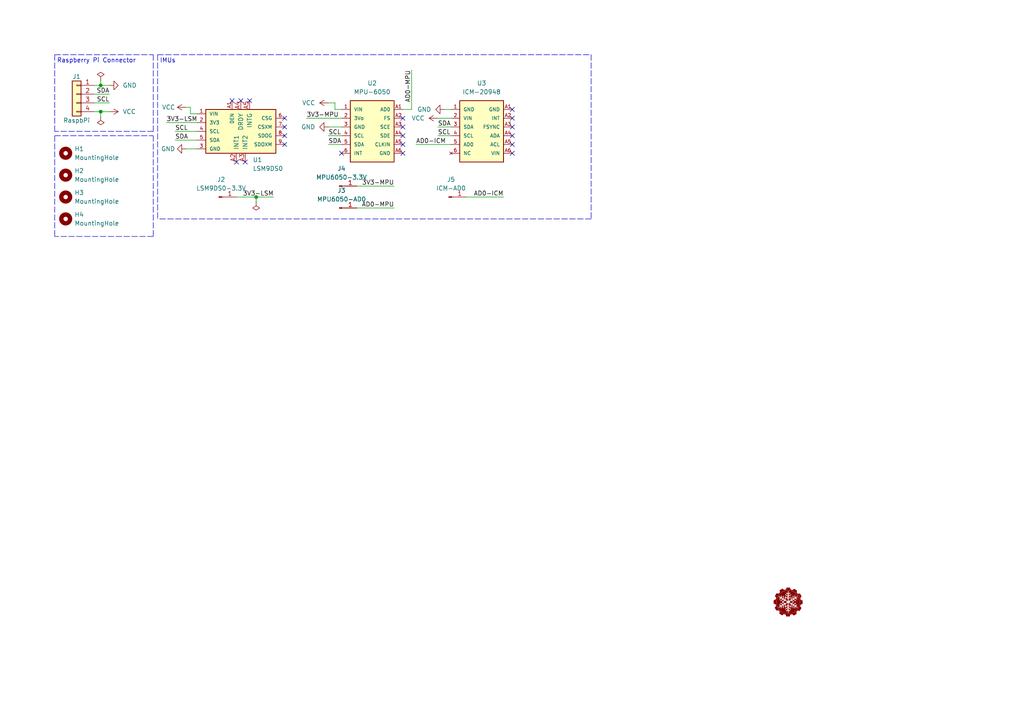
<source format=kicad_sch>
(kicad_sch (version 20230121) (generator eeschema)
  (paper "A4")
  (title_block (title "IMU benchmark") (date "2023-10-14") (company "norlab") (comment 1 "Damien LaRocque"))
  (lib_symbols
    (symbol "Connector:Conn_01x01_Pin" (pin_names (offset 1.016) hide)
      (property "Reference" "J" (at 0 2.54 0))
      (property "Value" "Conn_01x01_Pin" (at 0 -2.54 0))
      (symbol "Conn_01x01_Pin_1_1"
        (polyline (pts (xy 1.27 0) (xy 0.8636 0)) (stroke (width 0.1524)))
        (rectangle (start 0.8636 0.127) (end 0 -0.127) (stroke (width 0.1524)) (fill (type outline)))
        (pin passive line (at 5.08 0 180) (length 3.81) (name "Pin_1") (number "1"))
      )
    )
    (symbol "Connector_Generic:Conn_01x04" (pin_names (offset 1.016) hide)
      (property "Reference" "J" (at 0 5.08 0))
      (property "Value" "Conn_01x04" (at 0 -7.62 0))
      (symbol "Conn_01x04_1_1"
        (rectangle (start -1.27 -4.953) (end 0 -5.207) (stroke (width 0.1524)))
        (rectangle (start -1.27 -2.413) (end 0 -2.667) (stroke (width 0.1524)))
        (rectangle (start -1.27 0.127) (end 0 -0.127) (stroke (width 0.1524)))
        (rectangle (start -1.27 2.667) (end 0 2.413) (stroke (width 0.1524)))
        (rectangle (start -1.27 3.81) (end 1.27 -6.35) (stroke (width 0.254)) (fill (type background)))
        (pin passive line (at -5.08 2.54 0) (length 3.81) (name "Pin_1") (number "1"))
        (pin passive line (at -5.08 0 0) (length 3.81) (name "Pin_2") (number "2"))
        (pin passive line (at -5.08 -2.54 0) (length 3.81) (name "Pin_3") (number "3"))
        (pin passive line (at -5.08 -5.08 0) (length 3.81) (name "Pin_4") (number "4"))
      )
    )
    (symbol "Mechanical:MountingHole" (pin_names (offset 1.016))
      (property "Reference" "H" (at 0 5.08 0))
      (property "Value" "MountingHole" (at 0 3.175 0))
      (symbol "MountingHole_0_1"
        (circle (center 0 0) (radius 1.27) (stroke (width 1.27)))
      )
    )
    (symbol "imu-benchmark:2021" (pin_names (offset 1.016))
      (property "Reference" "U" (at -6.35 7.62 0))
      (property "Value" "2021" (at 7.62 -7.62 0))
      (symbol "2021_0_0"
        (rectangle (start -10.16 6.35) (end 10.16 -6.35) (stroke (width 0.254)) (fill (type background)))
        (pin power_in line (at -12.7 5.08 0) (length 2.54) (name "VIN") (number "1"))
        (pin power_in line (at -12.7 2.54 0) (length 2.54) (name "3V3") (number "2"))
        (pin power_in line (at -12.7 -5.08 0) (length 2.54) (name "GND") (number "3"))
        (pin bidirectional line (at -12.7 0 0) (length 2.54) (name "SCL") (number "4"))
        (pin bidirectional line (at -12.7 -2.54 0) (length 2.54) (name "SDA") (number "5"))
        (pin bidirectional line (at 12.7 3.81 180) (length 2.54) (name "CSG") (number "6"))
        (pin bidirectional line (at 12.7 1.27 180) (length 2.54) (name "CSXM") (number "7"))
        (pin bidirectional line (at 12.7 -1.27 180) (length 2.54) (name "SDOG") (number "8"))
        (pin bidirectional line (at 12.7 -3.81 180) (length 2.54) (name "SDOXM") (number "9"))
        (pin input line (at -2.54 8.89 270) (length 2.54) (name "DEN") (number "A1"))
        (pin output line (at -1.27 -8.89 90) (length 2.54) (name "INT1") (number "A2"))
        (pin output line (at 1.27 -8.89 90) (length 2.54) (name "INT2") (number "A3"))
        (pin output line (at 0 8.89 270) (length 2.54) (name "DRDY") (number "A4"))
        (pin output line (at 2.54 8.89 270) (length 2.54) (name "INTG") (number "A5"))
      )
    )
    (symbol "imu-benchmark:3886" (pin_names (offset 1.016))
      (property "Reference" "U" (at 0 10.16 0))
      (property "Value" "3886" (at 0 -10.16 0))
      (symbol "3886_0_0"
        (rectangle (start -6.35 8.89) (end 6.35 -8.89) (stroke (width 0.254)) (fill (type background)))
        (pin power_in line (at -8.89 6.35 0) (length 2.54) (name "VIN") (number "1"))
        (pin power_out line (at -8.89 3.81 0) (length 2.54) (name "3Vo") (number "2"))
        (pin power_in line (at -8.89 1.27 0) (length 2.54) (name "GND") (number "3"))
        (pin bidirectional line (at -8.89 -1.27 0) (length 2.54) (name "SCL") (number "4"))
        (pin bidirectional line (at -8.89 -3.81 0) (length 2.54) (name "SDA") (number "5"))
        (pin output line (at -8.89 -6.35 0) (length 2.54) (name "INT") (number "6"))
        (pin input line (at 8.89 6.35 180) (length 2.54) (name "AD0") (number "A1"))
        (pin bidirectional line (at 8.89 3.81 180) (length 2.54) (name "FS") (number "A2"))
        (pin bidirectional line (at 8.89 1.27 180) (length 2.54) (name "SCE") (number "A3"))
        (pin bidirectional line (at 8.89 -1.27 180) (length 2.54) (name "SDE") (number "A4"))
        (pin input line (at 8.89 -3.81 180) (length 2.54) (name "CLKIN") (number "A5"))
        (pin power_in line (at 8.89 -6.35 180) (length 2.54) (name "GND") (number "A6"))
      )
    )
    (symbol "imu-benchmark:ICM-20948" (pin_names (offset 1.016))
      (property "Reference" "U" (at 0 10.16 0))
      (property "Value" "ICM-20948" (at 0 -10.16 0))
      (symbol "ICM-20948_0_0"
        (rectangle (start -6.35 8.89) (end 6.35 -8.89) (stroke (width 0.254)) (fill (type background)))
        (pin power_in line (at -8.89 6.35 0) (length 2.54) (name "GND") (number "1"))
        (pin power_in line (at -8.89 3.81 0) (length 2.54) (name "VIN") (number "2"))
        (pin bidirectional line (at -8.89 1.27 0) (length 2.54) (name "SDA") (number "3"))
        (pin bidirectional line (at -8.89 -1.27 0) (length 2.54) (name "SCL") (number "4"))
        (pin input line (at -8.89 -3.81 0) (length 2.54) (name "AD0") (number "5"))
        (pin no_connect line (at -8.89 -6.35 0) (length 2.54) (name "NC") (number "6"))
        (pin power_in line (at 8.89 6.35 180) (length 2.54) (name "GND") (number "A1"))
        (pin output line (at 8.89 3.81 180) (length 2.54) (name "INT") (number "A2"))
        (pin bidirectional line (at 8.89 1.27 180) (length 2.54) (name "FSYNC") (number "A3"))
        (pin bidirectional line (at 8.89 -1.27 180) (length 2.54) (name "ADA") (number "A4"))
        (pin bidirectional line (at 8.89 -3.81 180) (length 2.54) (name "ACL") (number "A5"))
        (pin power_in line (at 8.89 -6.35 180) (length 2.54) (name "VIN") (number "A6"))
      )
    )
    (symbol "norlab-logo:LOGO" (pin_names (offset 1.016))
      (symbol "LOGO_0_0"
        (polyline (pts (xy 0.6993 -1.1987) (xy 0.7117 -1.1765) (xy 0.7199 -1.1215) (xy 0.7243 -1.0278) (xy 0.7257 -0.8898) (xy 0.7257 -0.5785) (xy 0.4942 -0.4429) (xy 0.4222 -0.4009) (xy 0.327 -0.3459) (xy 0.2511 -0.3026) (xy 0.2064 -0.2779) (xy 0.1501 -0.2485) (xy 0.1501 -0.5719) (xy 0.1501 -0.8954) (xy 0.4066 -1.0469) (xy 0.5063 -1.1045) (xy 0.5957 -1.1536) (xy 0.6616 -1.1871) (xy 0.6944 -1.1998) (xy 0.6993 -1.1987)) (stroke (width 0.01)) (fill (type outline)))
        (polyline (pts (xy -0.1566 0.3011) (xy -0.1541 0.3324) (xy -0.152 0.4027) (xy -0.1507 0.5029) (xy -0.1502 0.6234) (xy -0.1502 0.9466) (xy -0.3441 1.0585) (xy -0.3719 1.0746) (xy -0.4736 1.1335) (xy -0.5662 1.1873) (xy -0.6326 1.2263) (xy -0.7272 1.2821) (xy -0.7202 0.9503) (xy -0.7132 0.6184) (xy -0.4386 0.4594) (xy -0.4245 0.4512) (xy -0.3222 0.3923) (xy -0.2379 0.3444) (xy -0.1801 0.3121) (xy -0.1571 0.3003) (xy -0.1566 0.3011)) (stroke (width 0.01)) (fill (type outline)))
        (polyline (pts (xy 0.182 0.403) (xy 0.2291 0.4324) (xy 0.2906 0.4853) (xy 0.3543 0.5499) (xy 0.4085 0.6144) (xy 0.4412 0.6671) (xy 0.4448 0.677) (xy 0.4594 0.7423) (xy 0.4695 0.8292) (xy 0.4749 0.9236) (xy 0.4748 1.0111) (xy 0.4689 1.0775) (xy 0.4567 1.1086) (xy 0.428 1.1024) (xy 0.3695 1.0756) (xy 0.294 1.0339) (xy 0.1501 0.9487) (xy 0.1501 0.6746) (xy 0.1514 0.5801) (xy 0.1557 0.487) (xy 0.1624 0.4238) (xy 0.1706 0.4004) (xy 0.182 0.403)) (stroke (width 0.01)) (fill (type outline)))
        (polyline (pts (xy -0.7067 -1.2009) (xy -0.6777 -1.1879) (xy -0.6151 -1.1542) (xy -0.5281 -1.1047) (xy -0.4254 -1.0446) (xy -0.1627 -0.8884) (xy -0.1557 -0.5693) (xy -0.1553 -0.5504) (xy -0.1545 -0.4331) (xy -0.1565 -0.3378) (xy -0.1609 -0.2737) (xy -0.1674 -0.2502) (xy -0.1681 -0.2503) (xy -0.1986 -0.2637) (xy -0.2627 -0.2971) (xy -0.3515 -0.3457) (xy -0.456 -0.4046) (xy -0.7257 -0.5591) (xy -0.7257 -0.8801) (xy -0.7257 -0.9006) (xy -0.7239 -1.018) (xy -0.7198 -1.1135) (xy -0.714 -1.1776) (xy -0.707 -1.201) (xy -0.7067 -1.2009)) (stroke (width 0.01)) (fill (type outline)))
        (polyline (pts (xy 0.8737 -0.2981) (xy 0.9108 -0.2784) (xy 0.971 -0.2435) (xy 1.0408 -0.2015) (xy 1.1072 -0.1604) (xy 1.1567 -0.1283) (xy 1.1761 -0.1132) (xy 1.1759 -0.1125) (xy 1.1519 -0.0934) (xy 1.0969 -0.0568) (xy 1.0215 -0.0098) (xy 0.9246 0.0437) (xy 0.8372 0.0755) (xy 0.7525 0.0854) (xy 0.7216 0.0841) (xy 0.6431 0.0721) (xy 0.5577 0.0511) (xy 0.4795 0.0256) (xy 0.4226 -0.0003) (xy 0.401 -0.0221) (xy 0.4135 -0.0341) (xy 0.4618 -0.0668) (xy 0.5378 -0.1135) (xy 0.6324 -0.1686) (xy 0.7075 -0.2111) (xy 0.7892 -0.257) (xy 0.8459 -0.2883) (xy 0.8682 -0.3) (xy 0.8737 -0.2981)) (stroke (width 0.01)) (fill (type outline)))
        (polyline (pts (xy -0.8383 -0.269) (xy -0.8114 -0.2543) (xy -0.7454 -0.2168) (xy -0.6561 -0.1654) (xy -0.5549 -0.1065) (xy -0.5173 -0.0846) (xy -0.4337 -0.0365) (xy -0.3812 -0.0006) (xy -0.3614 0.0297) (xy -0.3764 0.0607) (xy -0.4279 0.0992) (xy -0.5178 0.1517) (xy -0.6479 0.2248) (xy -0.7608 0.2865) (xy -0.8403 0.3238) (xy -0.8921 0.3386) (xy -0.9231 0.3337) (xy -0.9465 0.32) (xy -1.0087 0.2839) (xy -1.0952 0.234) (xy -1.1949 0.1766) (xy -1.2703 0.1325) (xy -1.3509 0.083) (xy -1.4056 0.0463) (xy -1.4256 0.0282) (xy -1.4255 0.0277) (xy -1.4019 0.0084) (xy -1.3437 -0.0296) (xy -1.2591 -0.0813) (xy -1.1566 -0.1412) (xy -1.0553 -0.1983) (xy -0.9676 -0.2439) (xy -0.9075 -0.2688) (xy -0.8671 -0.2761) (xy -0.8383 -0.269)) (stroke (width 0.01)) (fill (type outline)))
        (polyline (pts (xy 1.9297 -0.1166) (xy 2.0908 -0.0615) (xy 2.1505 -0.031) (xy 2.3006 0.0716) (xy 2.4396 0.2078) (xy 2.5698 0.3809) (xy 2.6936 0.5941) (xy 2.8131 0.8509) (xy 2.9307 1.1544) (xy 2.9475 1.2013) (xy 2.9983 1.3396) (xy 3.047 1.4689) (xy 3.0889 1.5763) (xy 3.1191 1.6492) (xy 3.1442 1.7104) (xy 3.1639 1.7691) (xy 3.1668 1.7965) (xy 3.1639 1.7981) (xy 3.1253 1.8091) (xy 3.0531 1.8243) (xy 2.96 1.8411) (xy 2.9324 1.8459) (xy 2.8235 1.867) (xy 2.6858 1.8959) (xy 2.5342 1.9293) (xy 2.3835 1.964) (xy 2.1117 2.0224) (xy 1.8462 2.0642) (xy 1.615 2.0815) (xy 1.4129 2.0745) (xy 1.2352 2.0432) (xy 1.0768 1.9878) (xy 1.0215 1.96) (xy 0.8671 1.849) (xy 0.7332 1.7028) (xy 0.6301 1.532) (xy 0.6042 1.4738) (xy 0.5853 1.419) (xy 0.5732 1.3594) (xy 0.5665 1.2837) (xy 0.5637 1.1805) (xy 0.563 1.0385) (xy 0.563 1.0119) (xy 0.5613 0.8647) (xy 0.5553 0.756) (xy 0.5427 0.6759) (xy 0.5213 0.6142) (xy 0.4888 0.5612) (xy 0.4429 0.5068) (xy 0.4189 0.479) (xy 0.4064 0.4566) (xy 0.4258 0.4589) (xy 0.4805 0.4867) (xy 0.5737 0.541) (xy 0.7257 0.6315) (xy 0.7257 1.079) (xy 0.7257 1.5265) (xy 0.8633 1.5265) (xy 1.001 1.5265) (xy 1.001 1.1637) (xy 1.0011 1.1073) (xy 1.0027 0.9864) (xy 1.0058 0.8892) (xy 1.0099 0.8244) (xy 1.0148 0.8008) (xy 1.0223 0.803) (xy 1.0638 0.8227) (xy 1.1251 0.8563) (xy 1.1455 0.8683) (xy 1.1752 0.8889) (xy 1.1981 0.9145) (xy 1.2155 0.9516) (xy 1.2287 1.0064) (xy 1.239 1.0855) (xy 1.2479 1.1953) (xy 1.2567 1.3423) (xy 1.2666 1.5328) (xy 1.283 1.8518) (xy 1.4314 1.8518) (xy 1.5799 1.8518) (xy 1.5647 1.5828) (xy 1.5599 1.5035) (xy 1.5517 1.3821) (xy 1.5434 1.2779) (xy 1.5365 1.2075) (xy 1.5334 1.1788) (xy 1.5312 1.1232) (xy 1.5364 1.1011) (xy 1.5491 1.1058) (xy 1.5952 1.1301) (xy 1.6603 1.1681) (xy 1.7712 1.2351) (xy 1.8001 1.5122) (xy 1.81 1.6071) (xy 1.8238 1.7356) (xy 1.8363 1.825) (xy 1.8503 1.882) (xy 1.8691 1.9131) (xy 1.8954 1.9251) (xy 1.9324 1.9246) (xy 1.983 1.9184) (xy 2.0282 1.9123) (xy 2.0913 1.9007) (xy 2.1216 1.8907) (xy 2.1238 1.8823) (xy 2.1245 1.8338) (xy 2.1201 1.7531) (xy 2.1113 1.6522) (xy 2.1064 1.6005) (xy 2.0998 1.5112) (xy 2.098 1.4495) (xy 2.1014 1.4265) (xy 2.1246 1.4367) (xy 2.1793 1.4665) (xy 2.2522 1.5091) (xy 2.3109 1.544) (xy 2.4247 1.6107) (xy 2.529 1.6708) (xy 2.6681 1.75) (xy 2.7451 1.6159) (xy 2.8221 1.4818) (xy 2.5497 1.3258) (xy 2.5385 1.3194) (xy 2.4366 1.2595) (xy 2.3536 1.2083) (xy 2.2977 1.1708) (xy 2.2772 1.1525) (xy 2.2802 1.1482) (xy 2.3157 1.1255) (xy 2.383 1.0913) (xy 2.4712 1.0513) (xy 2.5043 1.0369) (xy 2.5884 0.9998) (xy 2.6493 0.9722) (xy 2.6756 0.9591) (xy 2.6755 0.9454) (xy 2.6597 0.8993) (xy 2.632 0.836) (xy 2.6 0.7713) (xy 2.571 0.721) (xy 2.5526 0.7007) (xy 2.5504 0.7011) (xy 2.5145 0.7145) (xy 2.4438 0.7438) (xy 2.3474 0.7853) (xy 2.2342 0.8352) (xy 1.9321 0.9697) (xy 1.8128 0.9) (xy 1.6934 0.8303) (xy 2.0228 0.6652) (xy 2.0768 0.6381) (xy 2.1855 0.582) (xy 2.2729 0.5352) (xy 2.3311 0.5021) (xy 2.3523 0.4868) (xy 2.3523 0.4863) (xy 2.3409 0.4564) (xy 2.3149 0.4006) (xy 2.283 0.3363) (xy 2.2537 0.2807) (xy 2.2356 0.2514) (xy 2.2356 0.2513) (xy 2.2104 0.2586) (xy 2.1478 0.2851) (xy 2.055 0.3277) (xy 1.939 0.3829) (xy 1.807 0.4476) (xy 1.3888 0.6553) (xy 1.2793 0.5929) (xy 1.1697 0.5304) (xy 1.4294 0.38) (xy 1.5192 0.3282) (xy 1.6276 0.2651) (xy 1.7011 0.2189) (xy 1.7448 0.1839) (xy 1.7632 0.1544) (xy 1.7613 0.1247) (xy 1.7438 0.0893) (xy 1.7156 0.0423) (xy 1.6872 -0.0047) (xy 1.6535 -0.0554) (xy 1.636 -0.0751) (xy 1.6211 -0.068) (xy 1.569 -0.0395) (xy 1.4866 0.007) (xy 1.3812 0.0675) (xy 1.2601 0.1377) (xy 1.1673 0.1914) (xy 1.0561 0.2547) (xy 0.9654 0.3051) (xy 0.9028 0.3384) (xy 0.8757 0.3504) (xy 0.8739 0.3501) (xy 0.8395 0.3353) (xy 0.776 0.302) (xy 0.6958 0.2565) (xy 0.5351 0.1627) (xy 0.7248 0.1627) (xy 0.7972 0.162) (xy 0.8729 0.1559) (xy 0.9363 0.139) (xy 1.0057 0.1059) (xy 1.099 0.0512) (xy 1.1155 0.0414) (xy 1.2218 -0.0177) (xy 1.3272 -0.0703) (xy 1.4113 -0.106) (xy 1.4178 -0.1083) (xy 1.5749 -0.1412) (xy 1.7516 -0.1435) (xy 1.9297 -0.1166)) (stroke (width 0.01)) (fill (type outline)))
        (polyline (pts (xy 0.5034 -3.8976) (xy 0.53 -3.8139) (xy 0.5611 -3.7204) (xy 0.5851 -3.6533) (xy 0.5983 -3.6234) (xy 0.6238 -3.6118) (xy 0.6886 -3.5905) (xy 0.7823 -3.5634) (xy 0.8945 -3.5333) (xy 1.1756 -3.461) (xy 1.403 -3.655) (xy 1.6305 -3.849) (xy 2.0101 -3.6364) (xy 2.1122 -3.5788) (xy 2.2265 -3.5135) (xy 2.3199 -3.4592) (xy 2.3848 -3.4202) (xy 2.4136 -3.401) (xy 2.4182 -3.3898) (xy 2.4182 -3.3331) (xy 2.4054 -3.2353) (xy 2.3803 -3.1013) (xy 2.3232 -2.8244) (xy 2.5347 -2.6153) (xy 2.7462 -2.4061) (xy 3.0375 -2.4628) (xy 3.1525 -2.4839) (xy 3.2572 -2.499) (xy 3.3215 -2.5016) (xy 3.3499 -2.4922) (xy 3.3627 -2.4725) (xy 3.3983 -2.4146) (xy 3.451 -2.3271) (xy 3.5161 -2.2178) (xy 3.5891 -2.0942) (xy 3.8071 -1.7235) (xy 3.7179 -1.6187) (xy 3.6775 -1.5716) (xy 3.5993 -1.481) (xy 3.5245 -1.3952) (xy 3.4204 -1.2765) (xy 3.4851 -1.0574) (xy 3.4976 -1.0148) (xy 3.5269 -0.9122) (xy 3.5501 -0.8275) (xy 3.5631 -0.7756) (xy 3.5643 -0.7704) (xy 3.5772 -0.7426) (xy 3.6058 -0.7173) (xy 3.6579 -0.6902) (xy 3.7417 -0.6568) (xy 3.8652 -0.613) (xy 4.154 -0.513) (xy 4.154 -0.0454) (xy 4.1541 0.4222) (xy 3.8976 0.5041) (xy 3.8135 0.5314) (xy 3.7201 0.5628) (xy 3.6532 0.5869) (xy 3.6234 0.5997) (xy 3.6115 0.6254) (xy 3.5902 0.6903) (xy 3.5629 0.784) (xy 3.5328 0.8965) (xy 3.4599 1.1796) (xy 3.6548 1.4044) (xy 3.8497 1.6293) (xy 3.6367 2.0096) (xy 3.5789 2.1122) (xy 3.5136 2.2265) (xy 3.4592 2.32) (xy 3.4202 2.3849) (xy 3.401 2.4137) (xy 3.3898 2.4183) (xy 3.3331 2.4183) (xy 3.2353 2.4055) (xy 3.1013 2.3804) (xy 2.8244 2.3233) (xy 2.6153 2.5348) (xy 2.4061 2.7463) (xy 2.4631 3.0391) (xy 2.5201 3.332) (xy 2.4675 3.3652) (xy 2.4496 3.3761) (xy 2.3897 3.4123) (xy 2.3004 3.4656) (xy 2.1905 3.531) (xy 2.0688 3.6032) (xy 1.9563 3.6696) (xy 1.858 3.7262) (xy 1.7894 3.7626) (xy 1.7433 3.7815) (xy 1.7127 3.7858) (xy 1.6902 3.7784) (xy 1.6687 3.7621) (xy 1.6588 3.7536) (xy 1.6065 3.7078) (xy 1.5335 3.643) (xy 1.4523 3.5704) (xy 1.4369 3.5567) (xy 1.3466 3.4825) (xy 1.2824 3.4434) (xy 1.2393 3.4362) (xy 1.2184 3.4414) (xy 1.1517 3.4595) (xy 1.0579 3.4858) (xy 0.9502 3.5166) (xy 0.7118 3.5854) (xy 0.6124 3.8635) (xy 0.513 4.1416) (xy 0.0449 4.1484) (xy -0.4233 4.1552) (xy -0.5033 3.8982) (xy -0.53 3.814) (xy -0.5612 3.7204) (xy -0.5852 3.6533) (xy -0.5984 3.6234) (xy -0.6238 3.6118) (xy -0.6887 3.5906) (xy -0.7823 3.5634) (xy -0.8945 3.5334) (xy -1.1756 3.461) (xy -1.4031 3.655) (xy -1.6305 3.8491) (xy -2.0102 3.6364) (xy -2.1123 3.5789) (xy -2.2266 3.5136) (xy -2.32 3.4592) (xy -2.3849 3.4202) (xy -2.4137 3.401) (xy -2.4183 3.3899) (xy -2.4183 3.3332) (xy -2.4055 3.2354) (xy -2.3804 3.1014) (xy -2.3233 2.8245) (xy -2.5348 2.6153) (xy -2.7463 2.4062) (xy -3.0376 2.4628) (xy -3.1526 2.484) (xy -3.2573 2.499) (xy -3.3216 2.5016) (xy -3.3499 2.4922) (xy -3.3629 2.4725) (xy -3.3985 2.4144) (xy -3.4512 2.3269) (xy -3.5164 2.2174) (xy -3.5894 2.0937) (xy -3.5972 2.0805) (xy -3.6741 1.9492) (xy -3.7285 1.8536) (xy -3.7633 1.7867) (xy -3.7812 1.7416) (xy -3.7851 1.7115) (xy -3.7778 1.6895) (xy -3.762 1.6686) (xy -3.7535 1.6588) (xy -3.7077 1.6065) (xy -3.643 1.5335) (xy -3.5704 1.4524) (xy -3.5567 1.437) (xy -3.4825 1.3467) (xy -3.4434 1.2825) (xy -3.4362 1.2394) (xy -3.4416 1.2177) (xy -3.4599 1.1505) (xy -3.4863 1.0562) (xy -3.5172 0.9481) (xy -3.5867 0.7075) (xy -3.8703 0.6103) (xy -4.154 0.513) (xy -4.1541 0.0454) (xy -4.1541 -0.1458) (xy -3.4612 -0.1458) (xy -3.4522 0.266) (xy -3.4149 0.5653) (xy -3.33 0.9454) (xy -3.2066 1.3111) (xy -3.0477 1.6537) (xy -2.8563 1.9645) (xy -2.7375 2.1237) (xy -2.4565 2.4413) (xy -2.1462 2.7188) (xy -1.8079 2.9552) (xy -1.443 3.1496) (xy -1.0529 3.301) (xy -0.6391 3.4085) (xy -0.525 3.4277) (xy -0.3074 3.4502) (xy -0.0703 3.4607) (xy 0.1693 3.459) (xy 0.3944 3.445) (xy 0.5881 3.4186) (xy 0.7315 3.3886) (xy 1.1327 3.2726) (xy 1.5132 3.1148) (xy 1.869 2.9175) (xy 2.1964 2.6831) (xy 2.4917 2.4138) (xy 2.7508 2.112) (xy 2.7575 2.1031) (xy 2.8301 2.0141) (xy 2.8947 1.9566) (xy 2.9657 1.9236) (xy 3.0577 1.9081) (xy 3.1851 1.9033) (xy 3.2561 1.8974) (xy 3.3111 1.8734) (xy 3.3204 1.8302) (xy 3.2847 1.7668) (xy 3.2696 1.7453) (xy 3.2287 1.6719) (xy 3.1917 1.5885) (xy 3.1766 1.548) (xy 3.1623 1.4969) (xy 3.1626 1.4509) (xy 3.1788 1.3927) (xy 3.212 1.3051) (xy 3.2551 1.1904) (xy 3.3493 0.8931) (xy 3.4126 0.6031) (xy 3.4481 0.3029) (xy 3.4593 -0.025) (xy 3.455 -0.2131) (xy 3.4219 -0.5549) (xy 3.3534 -0.8827) (xy 3.2465 -1.2091) (xy 3.0985 -1.5464) (xy 2.9601 -1.8034) (xy 2.776 -2.0786) (xy 2.5605 -2.3353) (xy 2.3045 -2.5853) (xy 2.1488 -2.7172) (xy 1.8129 -2.9538) (xy 1.4532 -3.1464) (xy 1.0699 -3.2949) (xy 0.6631 -3.3992) (xy 0.3235 -3.4475) (xy -0.072 -3.4605) (xy -0.4675 -3.4292) (xy -0.8563 -3.3549) (xy -1.232 -3.2391) (xy -1.5879 -3.083) (xy -1.9175 -2.8878) (xy -1.9274 -2.881) (xy -2.2607 -2.6234) (xy -2.5567 -2.3353) (xy -2.8138 -2.0199) (xy -3.0304 -1.6805) (xy -3.2051 -1.3201) (xy -3.3361 -0.9421) (xy -3.422 -0.5496) (xy -3.4612 -0.1458) (xy -4.1541 -0.1458) (xy -4.1541 -0.4221) (xy -3.8976 -0.504) (xy -3.8135 -0.5313) (xy -3.7202 -0.5628) (xy -3.6533 -0.5868) (xy -3.6234 -0.5996) (xy -3.6116 -0.6253) (xy -3.5903 -0.6902) (xy -3.563 -0.784) (xy -3.5329 -0.8964) (xy -3.46 -1.1795) (xy -3.6549 -1.4044) (xy -3.8498 -1.6292) (xy -3.6368 -2.0095) (xy -3.5789 -2.1122) (xy -3.5136 -2.2265) (xy -3.4592 -2.3199) (xy -3.4202 -2.3849) (xy -3.401 -2.4136) (xy -3.3899 -2.4182) (xy -3.3332 -2.4182) (xy -3.2354 -2.4054) (xy -3.1014 -2.3803) (xy -2.8245 -2.3232) (xy -2.6153 -2.5347) (xy -2.4062 -2.7462) (xy -2.4631 -3.0391) (xy -2.5201 -3.3319) (xy -2.4675 -3.3651) (xy -2.4497 -3.3761) (xy -2.3897 -3.4122) (xy -2.3004 -3.4656) (xy -2.1906 -3.5309) (xy -2.0688 -3.6031) (xy -1.9563 -3.6695) (xy -1.858 -3.7262) (xy -1.7894 -3.7626) (xy -1.7434 -3.7815) (xy -1.7127 -3.7858) (xy -1.6902 -3.7784) (xy -1.6687 -3.762) (xy -1.6589 -3.7535) (xy -1.6066 -3.7077) (xy -1.5336 -3.643) (xy -1.4524 -3.5704) (xy -1.437 -3.5567) (xy -1.3467 -3.4825) (xy -1.2825 -3.4433) (xy -1.2394 -3.4362) (xy -1.2184 -3.4414) (xy -1.1516 -3.4595) (xy -1.0576 -3.4858) (xy -0.9499 -3.5166) (xy -0.7112 -3.5856) (xy -0.6402 -3.7885) (xy -0.6311 -3.8142) (xy -0.5938 -3.9187) (xy -0.56 -4.0107) (xy -0.5361 -4.0727) (xy -0.5031 -4.1541) (xy -0.0397 -4.1541) (xy 0.4236 -4.1541) (xy 0.5034 -3.8976)) (stroke (width 0.01)) (fill (type outline)))
        (polyline (pts (xy 0.0589 -3.342) (xy 0.2278 -3.3322) (xy 0.3942 -3.3181) (xy 0.5456 -3.3005) (xy 0.669 -3.28) (xy 0.9499 -3.21) (xy 1.3293 -3.0733) (xy 1.6844 -2.895) (xy 2.0127 -2.6776) (xy 2.3116 -2.4234) (xy 2.5786 -2.1349) (xy 2.8115 -1.8147) (xy 3.0075 -1.4651) (xy 3.1644 -1.0886) (xy 3.2796 -0.6876) (xy 3.3103 -0.5126) (xy 3.3326 -0.2805) (xy 3.341 -0.0304) (xy 3.3355 0.2218) (xy 3.316 0.46) (xy 3.2826 0.6681) (xy 3.252 0.7997) (xy 3.2152 0.936) (xy 3.1776 1.0576) (xy 3.1415 1.1577) (xy 3.1094 1.2295) (xy 3.0839 1.2663) (xy 3.0674 1.2611) (xy 3.0607 1.2439) (xy 3.0373 1.1814) (xy 3.0042 1.0918) (xy 2.9663 0.9885) (xy 2.8723 0.7488) (xy 2.7714 0.5324) (xy 2.6658 0.3506) (xy 2.551 0.1954) (xy 2.4222 0.0591) (xy 2.2765 -0.0622) (xy 2.1146 -0.1548) (xy 1.9398 -0.2089) (xy 1.7397 -0.2297) (xy 1.7013 -0.231) (xy 1.6191 -0.2384) (xy 1.5498 -0.2561) (xy 1.4751 -0.2897) (xy 1.3768 -0.3452) (xy 1.3401 -0.3669) (xy 1.2609 -0.4141) (xy 1.2041 -0.4485) (xy 1.18 -0.4639) (xy 1.1833 -0.4706) (xy 1.2162 -0.4977) (xy 1.2737 -0.5364) (xy 1.376 -0.601) (xy 1.8012 -0.3881) (xy 2.2264 -0.1753) (xy 2.2893 -0.2995) (xy 2.3152 -0.3513) (xy 2.3419 -0.4069) (xy 2.3523 -0.4316) (xy 2.3484 -0.4347) (xy 2.3107 -0.456) (xy 2.2393 -0.4935) (xy 2.1421 -0.543) (xy 2.027 -0.6006) (xy 1.9772 -0.6254) (xy 1.8686 -0.6808) (xy 1.7811 -0.7271) (xy 1.7228 -0.7601) (xy 1.7017 -0.7755) (xy 1.7089 -0.7843) (xy 1.7487 -0.8125) (xy 1.8118 -0.8495) (xy 1.922 -0.9097) (xy 2.2435 -0.7683) (xy 2.565 -0.6269) (xy 2.6225 -0.7552) (xy 2.6446 -0.8102) (xy 2.6615 -0.8703) (xy 2.66 -0.9004) (xy 2.6538 -0.9045) (xy 2.6095 -0.9269) (xy 2.5353 -0.9611) (xy 2.4434 -1.0012) (xy 2.4271 -1.0082) (xy 2.3497 -1.0411) (xy 2.3007 -1.0669) (xy 2.2824 -1.091) (xy 2.2973 -1.119) (xy 2.3478 -1.1564) (xy 2.4362 -1.2089) (xy 2.565 -1.2818) (xy 2.6339 -1.321) (xy 2.7173 -1.3689) (xy 2.7764 -1.4034) (xy 2.8017 -1.419) (xy 2.803 -1.4274) (xy 2.789 -1.4681) (xy 2.7595 -1.5276) (xy 2.723 -1.5909) (xy 2.688 -1.6427) (xy 2.6628 -1.668) (xy 2.6315 -1.6602) (xy 2.5669 -1.6312) (xy 2.4783 -1.5855) (xy 2.3752 -1.5276) (xy 2.3747 -1.5274) (xy 2.2722 -1.4687) (xy 2.1851 -1.4207) (xy 2.1227 -1.3882) (xy 2.0942 -1.3763) (xy 2.0849 -1.3837) (xy 2.0863 -1.4201) (xy 2.0872 -1.4234) (xy 2.0957 -1.474) (xy 2.1059 -1.5563) (xy 2.1156 -1.6543) (xy 2.1323 -1.8447) (xy 2.0006 -1.8621) (xy 1.9744 -1.8653) (xy 1.8903 -1.8675) (xy 1.8518 -1.8518) (xy 1.8508 -1.8497) (xy 1.8414 -1.8091) (xy 1.8293 -1.7305) (xy 1.8159 -1.6242) (xy 1.8026 -1.5007) (xy 1.7706 -1.1773) (xy 1.6628 -1.1142) (xy 1.6247 -1.0924) (xy 1.5683 -1.0627) (xy 1.5393 -1.051) (xy 1.5391 -1.051) (xy 1.5331 -1.0749) (xy 1.5323 -1.1355) (xy 1.5369 -1.2199) (xy 1.5371 -1.222) (xy 1.5458 -1.3352) (xy 1.5559 -1.4692) (xy 1.5652 -1.5953) (xy 1.58 -1.8017) (xy 1.4313 -1.8017) (xy 1.2827 -1.8017) (xy 1.2663 -1.5202) (xy 1.2632 -1.4672) (xy 1.2522 -1.2804) (xy 1.243 -1.1361) (xy 1.2342 -1.0281) (xy 1.2248 -0.9503) (xy 1.2135 -0.8968) (xy 1.1992 -0.8615) (xy 1.1806 -0.8382) (xy 1.1566 -0.821) (xy 1.126 -0.8037) (xy 1.1014 -0.7902) (xy 1.0457 -0.7619) (xy 1.0163 -0.7507) (xy 1.0134 -0.7579) (xy 1.0084 -0.8053) (xy 1.0045 -0.8894) (xy 1.0019 -1.0018) (xy 1.001 -1.1338) (xy 1.0009 -1.1606) (xy 0.9987 -1.3375) (xy 0.9891 -1.4678) (xy 0.9674 -1.5545) (xy 0.9286 -1.6006) (xy 0.8679 -1.609) (xy 0.7804 -1.5829) (xy 0.6612 -1.5252) (xy 0.5054 -1.4389) (xy 0.4441 -1.4043) (xy 0.3358 -1.3437) (xy 0.2475 -1.2952) (xy 0.187 -1.2629) (xy 0.1622 -1.2512) (xy 0.1582 -1.2579) (xy 0.1526 -1.3008) (xy 0.1507 -1.3701) (xy 0.1512 -1.4889) (xy 0.5273 -1.7374) (xy 0.6376 -1.8108) (xy 0.7459 -1.884) (xy 0.8329 -1.9441) (xy 0.892 -1.9864) (xy 0.916 -2.0062) (xy 0.9145 -2.0237) (xy 0.8918 -2.0735) (xy 0.8511 -2.1392) (xy 0.7736 -2.2518) (xy 0.4751 -2.0518) (xy 0.4322 -2.0231) (xy 0.33 -1.9556) (xy 0.2459 -1.9013) (xy 0.1878 -1.865) (xy 0.1634 -1.8518) (xy 0.1583 -1.8621) (xy 0.1527 -1.9098) (xy 0.1509 -1.9832) (xy 0.1517 -2.1146) (xy 0.3891 -2.2897) (xy 0.4785 -2.3556) (xy 0.5652 -2.4198) (xy 0.6312 -2.4685) (xy 0.6665 -2.4948) (xy 0.6708 -2.4981) (xy 0.6906 -2.5217) (xy 0.6853 -2.5539) (xy 0.6532 -2.6109) (xy 0.6278 -2.6514) (xy 0.5865 -2.7065) (xy 0.5476 -2.7304) (xy 0.5003 -2.7233) (xy 0.4343 -2.6854) (xy 0.3391 -2.6168) (xy 0.1501 -2.4771) (xy 0.1501 -2.8151) (xy 0.1501 -3.1531) (xy 0 -3.1531) (xy -0.1502 -3.1531) (xy -0.1502 -2.8278) (xy -0.1515 -2.7079) (xy -0.1563 -2.5966) (xy -0.1645 -2.5267) (xy -0.1756 -2.5024) (xy -0.1824 -2.5042) (xy -0.2245 -2.527) (xy -0.2917 -2.5705) (xy -0.373 -2.6276) (xy -0.4035 -2.6496) (xy -0.4785 -2.7023) (xy -0.5338 -2.7389) (xy -0.5591 -2.7527) (xy -0.5726 -2.7419) (xy -0.6054 -2.702) (xy -0.6465 -2.6457) (xy -0.686 -2.587) (xy -0.7144 -2.5398) (xy -0.7219 -2.5182) (xy -0.7186 -2.5159) (xy -0.6848 -2.4911) (xy -0.6207 -2.444) (xy -0.5338 -2.38) (xy -0.4317 -2.3046) (xy -0.1502 -2.0968) (xy -0.1502 -1.9743) (xy -0.1514 -1.9317) (xy -0.1581 -1.8743) (xy -0.1689 -1.8518) (xy -0.1748 -1.8539) (xy -0.2153 -1.8767) (xy -0.2863 -1.9206) (xy -0.3798 -1.9807) (xy -0.488 -2.0519) (xy -0.7883 -2.252) (xy -0.8294 -2.1974) (xy -0.8681 -2.142) (xy -0.912 -2.0726) (xy -0.9535 -2.0024) (xy -0.5518 -1.74) (xy -0.1502 -1.4777) (xy -0.1502 -1.3644) (xy -0.1512 -1.3302) (xy -0.1594 -1.2736) (xy -0.1729 -1.2512) (xy -0.1774 -1.2523) (xy -0.2177 -1.2709) (xy -0.29 -1.3088) (xy -0.3859 -1.3615) (xy -0.4968 -1.4243) (xy -0.529 -1.4428) (xy -0.6592 -1.5168) (xy -0.7546 -1.5684) (xy -0.8226 -1.5998) (xy -0.8703 -1.6131) (xy -0.9048 -1.6106) (xy -0.9333 -1.5944) (xy -0.9631 -1.5667) (xy -0.9778 -1.5516) (xy -0.9977 -1.5259) (xy -1.0113 -1.4938) (xy -1.0196 -1.4467) (xy -1.024 -1.3757) (xy -1.0257 -1.2721) (xy -1.026 -1.1272) (xy -1.0263 -1.059) (xy -1.0279 -0.9371) (xy -1.031 -0.8393) (xy -1.035 -0.7743) (xy -1.0398 -0.7507) (xy -1.0472 -0.7528) (xy -1.0883 -0.7723) (xy -1.1493 -0.8058) (xy -1.245 -0.8609) (xy -1.2613 -1.1999) (xy -1.2619 -1.2121) (xy -1.2694 -1.3512) (xy -1.2776 -1.4839) (xy -1.2856 -1.5955) (xy -1.2925 -1.6716) (xy -1.3074 -1.8042) (xy -1.4357 -1.7967) (xy -1.5641 -1.7892) (xy -1.5566 -1.4201) (xy -1.5555 -1.3582) (xy -1.5549 -1.2369) (xy -1.5562 -1.1394) (xy -1.5593 -1.0746) (xy -1.5641 -1.051) (xy -1.5725 -1.0534) (xy -1.6152 -1.0734) (xy -1.6773 -1.1073) (xy -1.6829 -1.1105) (xy -1.7222 -1.1344) (xy -1.751 -1.1594) (xy -1.7721 -1.1936) (xy -1.7879 -1.245) (xy -1.8011 -1.322) (xy -1.8143 -1.4325) (xy -1.83 -1.5846) (xy -1.8392 -1.6736) (xy -1.8507 -1.7697) (xy -1.8614 -1.8292) (xy -1.8737 -1.8599) (xy -1.8899 -1.8697) (xy -1.9123 -1.8665) (xy -1.9185 -1.865) (xy -1.983 -1.856) (xy -2.0611 -1.8521) (xy -2.1578 -1.8518) (xy -2.1435 -1.7454) (xy -2.1375 -1.6998) (xy -2.1248 -1.5975) (xy -2.1126 -1.4943) (xy -2.0961 -1.3495) (xy -2.3758 -1.5131) (xy -2.3934 -1.5233) (xy -2.4975 -1.5832) (xy -2.5846 -1.6318) (xy -2.6459 -1.6644) (xy -2.6728 -1.6763) (xy -2.6887 -1.6609) (xy -2.72 -1.6152) (xy -2.7575 -1.5532) (xy -2.7927 -1.4895) (xy -2.8174 -1.4387) (xy -2.823 -1.4153) (xy -2.8098 -1.4074) (xy -2.7606 -1.379) (xy -2.6842 -1.3353) (xy -2.5901 -1.2818) (xy -2.5756 -1.2736) (xy -2.4504 -1.2023) (xy -2.3643 -1.1509) (xy -2.3135 -1.1147) (xy -2.2945 -1.0888) (xy -2.3034 -1.0684) (xy -2.3364 -1.0488) (xy -2.3899 -1.0251) (xy -2.4326 -1.0064) (xy -2.528 -0.9645) (xy -2.6074 -0.9294) (xy -2.6998 -0.8884) (xy -2.6467 -0.7632) (xy -2.6252 -0.713) (xy -2.6001 -0.6556) (xy -2.5879 -0.63) (xy -2.5844 -0.6301) (xy -2.5468 -0.643) (xy -2.4748 -0.6717) (xy -2.3767 -0.7129) (xy -2.2608 -0.7631) (xy -1.9394 -0.9043) (xy -1.8331 -0.8468) (xy -1.7979 -0.8267) (xy -1.7468 -0.7922) (xy -1.7267 -0.7702) (xy -1.7306 -0.7653) (xy -1.7683 -0.74) (xy -1.8398 -0.6991) (xy -1.9371 -0.6469) (xy -2.0523 -0.5879) (xy -2.3779 -0.4248) (xy -2.3146 -0.3) (xy -2.2873 -0.2481) (xy -2.2563 -0.1955) (xy -2.2395 -0.1751) (xy -2.216 -0.1851) (xy -2.1546 -0.214) (xy -2.0628 -0.2585) (xy -1.9477 -0.3151) (xy -1.8167 -0.3801) (xy -1.4058 -0.5851) (xy -1.3035 -0.539) (xy -1.2742 -0.525) (xy -1.2219 -0.4943) (xy -1.2012 -0.4731) (xy -1.2173 -0.4567) (xy -1.2691 -0.42) (xy -1.3479 -0.3697) (xy -1.4452 -0.3115) (xy -1.5167 -0.2699) (xy -1.6459 -0.194) (xy -1.7398 -0.1366) (xy -1.8041 -0.0935) (xy -1.8444 -0.0603) (xy -1.8662 -0.0326) (xy -1.8751 -0.0061) (xy -1.8769 0.0236) (xy -1.8759 0.0437) (xy -1.8661 0.0805) (xy -1.841 0.1171) (xy -1.7948 0.1582) (xy -1.7217 0.2086) (xy -1.616 0.2731) (xy -1.4719 0.3563) (xy -1.4612 0.3625) (xy -1.3602 0.4223) (xy -1.2789 0.4742) (xy -1.2254 0.5127) (xy -1.2077 0.5325) (xy -1.2113 0.5382) (xy -1.246 0.5678) (xy -1.3037 0.6046) (xy -1.3925 0.6554) (xy -1.8181 0.4423) (xy -2.2438 0.2292) (xy -2.308 0.3603) (xy -2.3723 0.4914) (xy -2.0332 0.6604) (xy -1.6941 0.8294) (xy -1.7917 0.8894) (xy -1.8191 0.9053) (xy -1.885 0.9372) (xy -1.9305 0.9502) (xy -1.9311 0.9502) (xy -1.9702 0.9402) (xy -2.0441 0.9135) (xy -2.1424 0.874) (xy -2.2547 0.8258) (xy -2.2604 0.8233) (xy -2.3706 0.7756) (xy -2.4647 0.7366) (xy -2.5329 0.7104) (xy -2.5652 0.7007) (xy -2.5803 0.7109) (xy -2.6115 0.7563) (xy -2.6454 0.8257) (xy -2.6982 0.9506) (xy -2.5816 1.0029) (xy -2.5485 1.0175) (xy -2.4534 1.0588) (xy -2.3711 1.0934) (xy -2.3503 1.1023) (xy -2.2982 1.1298) (xy -2.2773 1.1496) (xy -2.2776 1.1507) (xy -2.303 1.1719) (xy -2.3628 1.2116) (xy -2.4488 1.2645) (xy -2.5527 1.3253) (xy -2.8282 1.483) (xy -2.7533 1.6111) (xy -2.7179 1.6676) (xy -2.6803 1.7172) (xy -2.6577 1.7345) (xy -2.6288 1.7206) (xy -2.5661 1.6864) (xy -2.4787 1.6372) (xy -2.3758 1.5779) (xy -2.2745 1.5205) (xy -2.1827 1.4738) (xy -2.1277 1.454) (xy -2.1072 1.4601) (xy -2.1065 1.4649) (xy -2.1073 1.5135) (xy -2.1136 1.5939) (xy -2.1243 1.6915) (xy -2.1274 1.7171) (xy -2.1368 1.8059) (xy -2.1415 1.8699) (xy -2.1406 1.8968) (xy -2.1243 1.9015) (xy -2.07 1.9102) (xy -1.9921 1.9194) (xy -1.9799 1.9207) (xy -1.9022 1.9253) (xy -1.8627 1.9185) (xy -1.8516 1.8991) (xy -1.8516 1.8974) (xy -1.8479 1.8367) (xy -1.8388 1.7467) (xy -1.8258 1.6389) (xy -1.8107 1.5245) (xy -1.7948 1.4147) (xy -1.7798 1.3208) (xy -1.7673 1.2541) (xy -1.7587 1.2259) (xy -1.7499 1.2193) (xy -1.7054 1.19) (xy -1.6424 1.1513) (xy -1.5455 1.0933) (xy -1.5637 1.47) (xy -1.582 1.8467) (xy -1.4479 1.857) (xy -1.3947 1.8604) (xy -1.3319 1.862) (xy -1.3029 1.8592) (xy -1.2982 1.8327) (xy -1.2914 1.7643) (xy -1.2832 1.6617) (xy -1.2744 1.533) (xy -1.2654 1.3861) (xy -1.2387 0.9212) (xy -1.1324 0.8585) (xy -1.026 0.7957) (xy -1.026 1.1748) (xy -1.026 1.26) (xy -1.025 1.3818) (xy -1.022 1.4671) (xy -1.0156 1.5244) (xy -1.0047 1.5624) (xy -0.9881 1.5898) (xy -0.9646 1.6153) (xy -0.9597 1.6201) (xy -0.909 1.6602) (xy -0.8699 1.6767) (xy -0.8588 1.6737) (xy -0.8081 1.6511) (xy -0.7266 1.6099) (xy -0.623 1.5544) (xy -0.5055 1.489) (xy -0.4441 1.4544) (xy -0.3358 1.3938) (xy -0.2476 1.3453) (xy -0.1871 1.313) (xy -0.1622 1.3013) (xy -0.1583 1.308) (xy -0.1527 1.3509) (xy -0.1507 1.4202) (xy -0.1512 1.539) (xy -0.5488 1.8018) (xy -0.9464 2.0646) (xy -0.9085 2.1288) (xy -0.8744 2.1828) (xy -0.827 2.2507) (xy -0.7835 2.3084) (xy -0.4801 2.1052) (xy -0.4329 2.0737) (xy -0.3302 2.0059) (xy -0.246 1.9514) (xy -0.1878 1.9151) (xy -0.1634 1.9019) (xy -0.1583 1.9122) (xy -0.1527 1.9599) (xy -0.1508 2.0333) (xy -0.1513 2.1647) (xy -0.4379 2.3742) (xy -0.7244 2.5837) (xy -0.6458 2.6933) (xy -0.6134 2.7359) (xy -0.5709 2.784) (xy -0.5452 2.8028) (xy -0.5399 2.8013) (xy -0.501 2.779) (xy -0.4367 2.7354) (xy -0.358 2.6777) (xy -0.3325 2.6585) (xy -0.2573 2.6044) (xy -0.2 2.5667) (xy -0.1715 2.5525) (xy -0.1699 2.5534) (xy -0.1622 2.5853) (xy -0.1559 2.6562) (xy -0.1517 2.7568) (xy -0.1502 2.8779) (xy -0.1502 3.2032) (xy 0 3.2032) (xy 0.1501 3.2032) (xy 0.1501 2.8779) (xy 0.1502 2.8538) (xy 0.1517 2.7359) (xy 0.1551 2.6402) (xy 0.16 2.576) (xy 0.1658 2.5525) (xy 0.1708 2.5543) (xy 0.2081 2.577) (xy 0.2714 2.6205) (xy 0.3503 2.6777) (xy 0.3779 2.6979) (xy 0.4544 2.7514) (xy 0.5129 2.7888) (xy 0.5425 2.8028) (xy 0.5576 2.7942) (xy 0.5961 2.7543) (xy 0.6434 2.6929) (xy 0.7209 2.583) (xy 0.4355 2.3756) (xy 0.1501 2.1683) (xy 0.1501 2.0336) (xy 0.1528 1.9571) (xy 0.1626 1.9194) (xy 0.1814 1.9181) (xy 0.1853 1.9205) (xy 0.2253 1.9461) (xy 0.2965 1.9921) (xy 0.3901 2.0528) (xy 0.4973 2.1225) (xy 0.5277 2.1421) (xy 0.6292 2.2047) (xy 0.7133 2.2522) (xy 0.7721 2.2803) (xy 0.7976 2.2846) (xy 0.8051 2.2735) (xy 0.8734 2.1655) (xy 0.9103 2.092) (xy 0.915 2.0547) (xy 0.8951 2.0377) (xy 0.839 1.9973) (xy 0.7539 1.9389) (xy 0.6471 1.8674) (xy 0.5254 1.7875) (xy 0.1501 1.5437) (xy 0.1501 1.4225) (xy 0.1507 1.3811) (xy 0.1545 1.3238) (xy 0.1604 1.3013) (xy 0.1631 1.3021) (xy 0.1971 1.3191) (xy 0.2604 1.3539) (xy 0.3419 1.4004) (xy 0.4258 1.4518) (xy 0.4925 1.5041) (xy 0.5416 1.5633) (xy 0.588 1.6443) (xy 0.5983 1.6637) (xy 0.7136 1.8348) (xy 0.8561 1.9705) (xy 1.0271 2.0712) (xy 1.2283 2.1373) (xy 1.4611 2.169) (xy 1.7271 2.1669) (xy 2.0278 2.1311) (xy 2.3648 2.0622) (xy 2.4389 2.0447) (xy 2.5373 2.0227) (xy 2.6112 2.0076) (xy 2.6484 2.002) (xy 2.6553 2.0034) (xy 2.6556 2.0277) (xy 2.6248 2.0778) (xy 2.568 2.1485) (xy 2.4905 2.2344) (xy 2.3972 2.3303) (xy 2.2934 2.4307) (xy 2.1842 2.5303) (xy 2.0748 2.6238) (xy 1.9702 2.7059) (xy 1.7356 2.8599) (xy 1.46 3.0048) (xy 1.1615 3.1314) (xy 0.8539 3.2339) (xy 0.5505 3.3067) (xy 0.5443 3.3078) (xy 0.4105 3.3247) (xy 0.2422 3.3351) (xy 0.0534 3.3392) (xy -0.1418 3.3371) (xy -0.3294 3.3289) (xy -0.4954 3.3148) (xy -0.6256 3.2949) (xy -0.9386 3.2147) (xy -1.3273 3.0723) (xy -1.6891 2.8897) (xy -2.0218 2.669) (xy -2.3232 2.4125) (xy -2.591 2.1224) (xy -2.8231 1.8008) (xy -3.0172 1.4499) (xy -3.1712 1.0719) (xy -3.2828 0.669) (xy -3.3046 0.5492) (xy -3.3304 0.3137) (xy -3.341 0.0573) (xy -3.3365 -0.2033) (xy -3.3169 -0.451) (xy -3.2822 -0.669) (xy -3.2347 -0.8641) (xy -3.1038 -1.2521) (xy -2.9308 -1.6169) (xy -2.7179 -1.9552) (xy -2.4673 -2.2644) (xy -2.1814 -2.5413) (xy -1.8623 -2.783) (xy -1.5123 -2.9867) (xy -1.3839 -3.0483) (xy -1.1521 -3.1432) (xy -0.909 -3.2206) (xy -0.6419 -3.2841) (xy -0.3379 -3.3378) (xy -0.3337 -3.3384) (xy -0.2345 -3.3458) (xy -0.0994 -3.3468) (xy 0.0589 -3.342)) (stroke (width 0.01)) (fill (type outline)))
      )
    )
    (symbol "power:GND" (power) (pin_names (offset 0))
      (property "Value" "GND" (at 0 -3.81 0))
      (symbol "GND_0_1"
        (polyline (pts (xy 0 0) (xy 0 -1.27) (xy 1.27 -1.27) (xy 0 -2.54) (xy -1.27 -1.27) (xy 0 -1.27)))
      )
      (symbol "GND_1_1"
        (pin power_in line (at 0 0 270) (length 0) hide (name "GND") (number "1"))
      )
    )
    (symbol "power:PWR_FLAG" (power) (pin_numbers hide) (pin_names (offset 0) hide)
      (property "Value" "PWR_FLAG" (at 0 3.81 0))
      (symbol "PWR_FLAG_0_0"
        (pin power_out line (at 0 0 90) (length 0) (name "pwr") (number "1"))
      )
      (symbol "PWR_FLAG_0_1"
        (polyline (pts (xy 0 0) (xy 0 1.27) (xy -1.016 1.905) (xy 0 2.54) (xy 1.016 1.905) (xy 0 1.27)))
      )
    )
    (symbol "power:VCC" (power) (pin_names (offset 0))
      (property "Value" "VCC" (at 0 3.81 0))
      (symbol "VCC_0_1"
        (polyline (pts (xy -0.762 1.27) (xy 0 2.54)))
        (polyline (pts (xy 0 0) (xy 0 2.54)))
        (polyline (pts (xy 0 2.54) (xy 0.762 1.27)))
      )
      (symbol "VCC_1_1"
        (pin power_in line (at 0 0 90) (length 0) hide (name "VCC") (number "1"))
      )
    )
  )
  (junction (at 74.295 57.15))
  (junction (at 29.21 24.765))
  (junction (at 29.21 32.385))
  (no_connect (at 148.59 44.45))
  (no_connect (at 69.85 29.21))
  (no_connect (at 116.84 41.91))
  (no_connect (at 72.39 29.21))
  (no_connect (at 82.55 39.37))
  (no_connect (at 82.55 34.29))
  (no_connect (at 99.06 44.45))
  (no_connect (at 82.55 36.83))
  (no_connect (at 148.59 39.37))
  (no_connect (at 148.59 41.91))
  (no_connect (at 148.59 34.29))
  (no_connect (at 116.84 36.83))
  (no_connect (at 148.59 36.83))
  (no_connect (at 148.59 31.75))
  (no_connect (at 116.84 39.37))
  (no_connect (at 68.58 46.99))
  (no_connect (at 71.12 46.99))
  (no_connect (at 82.55 41.91))
  (no_connect (at 116.84 44.45))
  (no_connect (at 67.31 29.21))
  (no_connect (at 116.84 34.29))
  (wire (pts (xy 50.8 40.64) (xy 57.15 40.64)))
  (polyline (pts (xy 45.72 15.875) (xy 45.72 63.5)) (stroke (width 0) (type dash)))
  (polyline (pts (xy 44.45 68.58) (xy 15.875 68.58)) (stroke (width 0) (type dash)))
  (wire (pts (xy 119.38 31.75) (xy 116.84 31.75)))
  (wire (pts (xy 27.305 24.765) (xy 29.21 24.765)))
  (wire (pts (xy 95.25 36.83) (xy 99.06 36.83)))
  (wire (pts (xy 53.975 31.115) (xy 55.245 31.115)))
  (wire (pts (xy 29.21 24.765) (xy 31.75 24.765)))
  (wire (pts (xy 55.245 31.115) (xy 55.245 33.02)))
  (polyline (pts (xy 171.45 15.875) (xy 171.45 63.5)) (stroke (width 0) (type dash)))
  (wire (pts (xy 97.155 29.845) (xy 97.155 31.75)))
  (wire (pts (xy 128.905 31.75) (xy 130.81 31.75)))
  (wire (pts (xy 29.21 32.385) (xy 29.21 33.655)))
  (polyline (pts (xy 171.45 63.5) (xy 45.72 63.5)) (stroke (width 0) (type dash)))
  (wire (pts (xy 74.295 57.15) (xy 79.375 57.15)))
  (wire (pts (xy 95.25 41.91) (xy 99.06 41.91)))
  (wire (pts (xy 27.305 32.385) (xy 29.21 32.385)))
  (wire (pts (xy 95.25 29.845) (xy 97.155 29.845)))
  (wire (pts (xy 88.9 34.29) (xy 99.06 34.29)))
  (wire (pts (xy 68.58 57.15) (xy 74.295 57.15)))
  (wire (pts (xy 50.8 38.1) (xy 57.15 38.1)))
  (wire (pts (xy 27.305 27.305) (xy 31.75 27.305)))
  (polyline (pts (xy 44.45 15.875) (xy 44.45 38.1)) (stroke (width 0) (type dash)))
  (wire (pts (xy 120.65 41.91) (xy 130.81 41.91)))
  (polyline (pts (xy 15.875 39.37) (xy 15.875 68.58)) (stroke (width 0) (type dash)))
  (wire (pts (xy 95.25 39.37) (xy 99.06 39.37)))
  (wire (pts (xy 97.155 31.75) (xy 99.06 31.75)))
  (wire (pts (xy 127 39.37) (xy 130.81 39.37)))
  (wire (pts (xy 55.245 33.02) (xy 57.15 33.02)))
  (wire (pts (xy 103.505 53.975) (xy 114.3 53.975)))
  (polyline (pts (xy 44.45 38.1) (xy 15.875 38.1)) (stroke (width 0) (type dash)))
  (wire (pts (xy 74.295 57.15) (xy 74.295 58.42)))
  (wire (pts (xy 48.26 35.56) (xy 57.15 35.56)))
  (polyline (pts (xy 15.875 15.875) (xy 44.45 15.875)) (stroke (width 0) (type dash)))
  (wire (pts (xy 127 36.83) (xy 130.81 36.83)))
  (polyline (pts (xy 44.45 39.37) (xy 44.45 68.58)) (stroke (width 0) (type dash)))
  (polyline (pts (xy 15.875 39.37) (xy 44.45 39.37)) (stroke (width 0) (type dash)))
  (wire (pts (xy 119.38 20.32) (xy 119.38 31.75)))
  (wire (pts (xy 53.975 43.18) (xy 57.15 43.18)))
  (wire (pts (xy 127 34.29) (xy 130.81 34.29)))
  (polyline (pts (xy 45.72 15.875) (xy 171.45 15.875)) (stroke (width 0) (type dash)))
  (wire (pts (xy 29.21 32.385) (xy 31.75 32.385)))
  (wire (pts (xy 27.305 29.845) (xy 31.75 29.845)))
  (wire (pts (xy 29.21 23.495) (xy 29.21 24.765)))
  (polyline (pts (xy 15.875 15.875) (xy 15.875 38.1)) (stroke (width 0) (type dash)))
  (wire (pts (xy 135.255 57.15) (xy 146.05 57.15)))
  (wire (pts (xy 103.505 60.325) (xy 114.3 60.325)))
  (text "Raspberry Pi Connector" (at 16.51 18.415 0) (effects (font (size 1.27 1.27)) (justify left bottom)))
  (text "IMUs" (at 46.355 18.415 0) (effects (font (size 1.27 1.27)) (justify left bottom)))
  (label "3V3-MPU" (at 114.3 53.975 180))
  (label "AD0-MPU" (at 114.3 60.325 180))
  (label "SDA" (at 31.75 27.305 180))
  (label "SDA" (at 50.8 40.64 0))
  (label "AD0-ICM" (at 146.05 57.15 180))
  (label "3V3-LSM" (at 48.26 35.56 0))
  (label "SDA" (at 95.25 41.91 0))
  (label "SCL" (at 127 39.37 0))
  (label "SCL" (at 50.8 38.1 0))
  (label "SCL" (at 31.75 29.845 180))
  (label "AD0-MPU" (at 119.38 20.32 270))
  (label "SCL" (at 95.25 39.37 0))
  (label "SDA" (at 127 36.83 0))
  (label "AD0-ICM" (at 120.65 41.91 0))
  (label "3V3-MPU" (at 88.9 34.29 0))
  (label "3V3-LSM" (at 79.375 57.15 180))
  (symbol (lib_id "power:PWR_FLAG") (at 74.295 58.42 180) (unit 1)
    (property "Reference" "#FLG01" (effects hide))
    (property "Value" "PWR_FLAG" (effects hide))
  )
  (symbol (lib_id "Mechanical:MountingHole") (at 19.05 50.8 0) (unit 1)
    (property "Reference" "H2" (at 21.59 49.53 0) (effects (justify left)))
    (property "Value" "MountingHole" (at 21.59 52.07 0) (effects (justify left)))
    (property "Footprint" "MountingHole:MountingHole_3.2mm_M3_DIN965_Pad_TopOnly" (effects hide))
  )
  (symbol (lib_id "Connector:Conn_01x01_Pin") (at 98.425 53.975 0) (unit 1)
    (property "Reference" "J4" (at 99.06 48.895 0))
    (property "Value" "MPU6050-3.3V" (at 99.06 51.435 0))
    (property "Footprint" "Connector_PinHeader_2.54mm:PinHeader_1x01_P2.54mm_Vertical" (effects hide))
  )
  (symbol (lib_id "power:VCC") (at 31.75 32.385 270) (unit 1)
    (property "Reference" "#PWR08" (effects hide))
    (property "Value" "VCC" (at 35.56 32.385 90) (effects (justify left)))
  )
  (symbol (lib_id "Connector:Conn_01x01_Pin") (at 63.5 57.15 0) (unit 1)
    (property "Reference" "J2" (at 64.135 52.07 0))
    (property "Value" "LSM9DS0-3.3V" (at 64.135 54.61 0))
    (property "Footprint" "Connector_PinHeader_2.54mm:PinHeader_1x01_P2.54mm_Vertical" (effects hide))
  )
  (symbol (lib_id "power:PWR_FLAG") (at 29.21 23.495 0) (unit 1)
    (property "Reference" "#FLG02" (effects hide))
    (property "Value" "PWR_FLAG" (effects hide))
  )
  (symbol (lib_id "power:GND") (at 95.25 36.83 270) (unit 1)
    (property "Reference" "#PWR04" (effects hide))
    (property "Value" "GND" (at 91.44 36.83 90) (effects (justify right)))
  )
  (symbol (lib_id "Mechanical:MountingHole") (at 19.05 63.5 0) (unit 1)
    (property "Reference" "H4" (at 21.59 62.23 0) (effects (justify left)))
    (property "Value" "MountingHole" (at 21.59 64.77 0) (effects (justify left)))
    (property "Footprint" "MountingHole:MountingHole_3.2mm_M3_DIN965_Pad_TopOnly" (effects hide))
  )
  (symbol (lib_id "power:GND") (at 53.975 43.18 270) (unit 1)
    (property "Reference" "#PWR02" (effects hide))
    (property "Value" "GND" (at 50.8 43.18 90) (effects (justify right)))
  )
  (symbol (lib_id "imu-benchmark:2021") (at 69.85 38.1 0) (unit 1)
    (property "Reference" "U1" (at 73.3141 46.355 0) (effects (justify left)))
    (property "Value" "LSM9DS0" (at 73.3141 48.895 0) (effects (justify left)))
    (property "Footprint" "imu-benchmark:Adafruit-2021" (effects hide))
    (property "Datasheet" "https://www.adafruit.com/product/2021" (effects hide))
    (property "Manufacturer" "Adafruit Industries" (effects hide))
    (property "Manufacturer Ref" "2021" (effects hide))
  )
  (symbol (lib_id "power:GND") (at 128.905 31.75 270) (unit 1)
    (property "Reference" "#PWR05" (effects hide))
    (property "Value" "GND" (at 125.095 31.75 90) (effects (justify right)))
  )
  (symbol (lib_id "power:GND") (at 31.75 24.765 90) (unit 1)
    (property "Reference" "#PWR07" (effects hide))
    (property "Value" "GND" (at 35.56 24.765 90) (effects (justify right)))
  )
  (symbol (lib_id "Connector_Generic:Conn_01x04") (at 22.225 27.305 0) (mirror y) (unit 1)
    (property "Reference" "J1" (at 22.225 22.225 0))
    (property "Value" "RaspbPi" (at 22.225 34.925 0))
    (property "Footprint" "Connector_JST:JST_XH_B4B-XH-A_1x04_P2.50mm_Vertical" (effects hide))
  )
  (symbol (lib_id "imu-benchmark:3886") (at 107.95 38.1 0) (unit 1)
    (property "Reference" "U2" (at 107.95 24.13 0))
    (property "Value" "MPU-6050" (at 107.95 26.67 0))
    (property "Footprint" "imu-benchmark:Adafruit-3886" (effects hide))
    (property "Datasheet" "https://www.adafruit.com/product/3886" (effects hide))
    (property "Manufacturer" "Adafruit Industries" (effects hide))
    (property "Manufacturer Ref" "3886" (effects hide))
  )
  (symbol (lib_id "Mechanical:MountingHole") (at 19.05 44.45 0) (unit 1)
    (property "Reference" "H1" (at 21.59 43.18 0) (effects (justify left)))
    (property "Value" "MountingHole" (at 21.59 45.72 0) (effects (justify left)))
    (property "Footprint" "MountingHole:MountingHole_3.2mm_M3_DIN965_Pad_TopOnly" (effects hide))
  )
  (symbol (lib_id "Connector:Conn_01x01_Pin") (at 98.425 60.325 0) (unit 1)
    (property "Reference" "J3" (at 99.06 55.245 0))
    (property "Value" "MPU6050-AD0" (at 99.06 57.785 0))
    (property "Footprint" "Connector_PinHeader_2.54mm:PinHeader_1x01_P2.54mm_Vertical" (effects hide))
  )
  (symbol (lib_id "power:VCC") (at 127 34.29 90) (unit 1)
    (property "Reference" "#PWR06" (effects hide))
    (property "Value" "VCC" (at 123.19 34.29 90) (effects (justify left)))
  )
  (symbol (lib_id "norlab-logo:LOGO") (at 228.6 174.625 0) (unit 1)
    (property "Reference" "#G1" (effects hide))
    (property "Value" "LOGO" (effects hide))
    (property "Footprint" "imu-benchmark:norlab-logo" (effects hide))
  )
  (symbol (lib_id "Connector:Conn_01x01_Pin") (at 130.175 57.15 0) (unit 1)
    (property "Reference" "J5" (at 130.81 52.07 0))
    (property "Value" "ICM-AD0" (at 130.81 54.61 0))
    (property "Footprint" "Connector_PinHeader_2.54mm:PinHeader_1x01_P2.54mm_Vertical" (effects hide))
  )
  (symbol (lib_id "power:VCC") (at 53.975 31.115 90) (unit 1)
    (property "Reference" "#PWR01" (effects hide))
    (property "Value" "VCC" (at 50.8 31.115 90) (effects (justify left)))
  )
  (symbol (lib_id "Mechanical:MountingHole") (at 19.05 57.15 0) (unit 1)
    (property "Reference" "H3" (at 21.59 55.88 0) (effects (justify left)))
    (property "Value" "MountingHole" (at 21.59 58.42 0) (effects (justify left)))
    (property "Footprint" "MountingHole:MountingHole_3.2mm_M3_DIN965_Pad_TopOnly" (effects hide))
  )
  (symbol (lib_id "imu-benchmark:ICM-20948") (at 139.7 38.1 0) (unit 1)
    (property "Reference" "U3" (at 139.7 24.13 0))
    (property "Value" "ICM-20948" (at 139.7 26.67 0))
    (property "Footprint" "imu-benchmark:SparkFun-ICM-20948" (effects hide))
    (property "Datasheet" "https://www.sparkfun.com/products/15335" (effects hide))
    (property "Manufacturer" "SparkFun" (effects hide))
    (property "Manufacturer Ref" " SEN-15335" (effects hide))
  )
  (symbol (lib_id "power:PWR_FLAG") (at 29.21 33.655 180) (unit 1)
    (property "Reference" "#FLG03" (effects hide))
    (property "Value" "PWR_FLAG" (effects hide))
  )
  (symbol (lib_id "power:VCC") (at 95.25 29.845 90) (unit 1)
    (property "Reference" "#PWR03" (effects hide))
    (property "Value" "VCC" (at 91.44 29.845 90) (effects (justify left)))
  )
)
</source>
